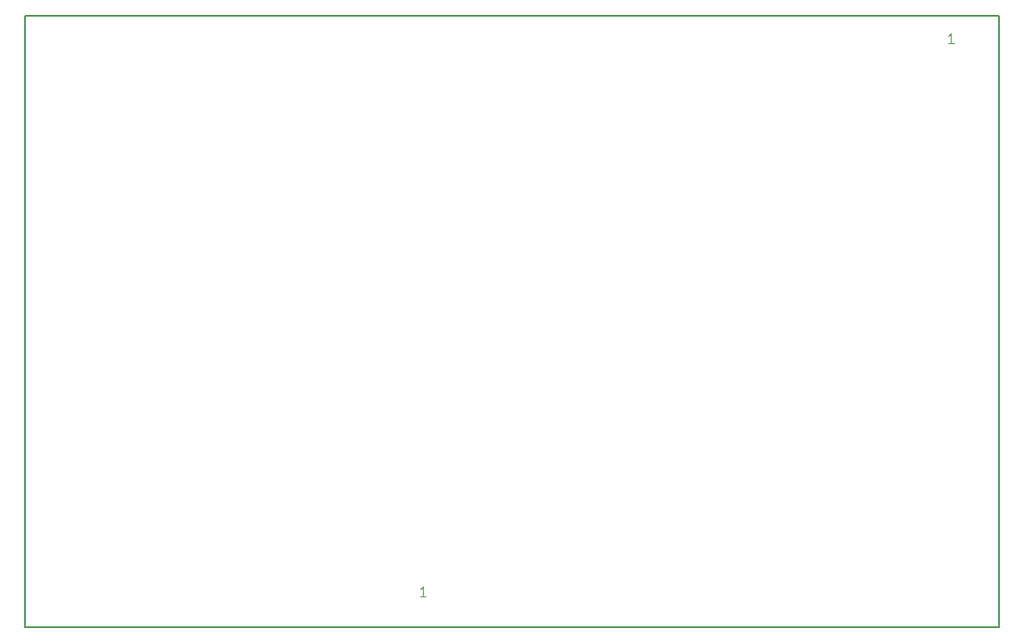
<source format=gbr>
G04 #@! TF.GenerationSoftware,KiCad,Pcbnew,5.1.6-c6e7f7d~86~ubuntu16.04.1*
G04 #@! TF.CreationDate,2020-05-12T14:31:13-06:00*
G04 #@! TF.ProjectId,Turnout-Cntrlr,5475726e-6f75-4742-9d43-6e74726c722e,rev?*
G04 #@! TF.SameCoordinates,Original*
G04 #@! TF.FileFunction,Profile,NP*
%FSLAX46Y46*%
G04 Gerber Fmt 4.6, Leading zero omitted, Abs format (unit mm)*
G04 Created by KiCad (PCBNEW 5.1.6-c6e7f7d~86~ubuntu16.04.1) date 2020-05-12 14:31:13*
%MOMM*%
%LPD*%
G01*
G04 APERTURE LIST*
G04 #@! TA.AperFunction,Profile*
%ADD10C,0.150000*%
G04 #@! TD*
%ADD11C,0.050000*%
G04 APERTURE END LIST*
D10*
X143510000Y-123190000D02*
X44450000Y-123190000D01*
X143510000Y-60960000D02*
X143510000Y-123190000D01*
X44450000Y-60960000D02*
X143510000Y-60960000D01*
X44450000Y-123190000D02*
X44450000Y-60960000D01*
D11*
X138905714Y-63742380D02*
X138334285Y-63742380D01*
X138620000Y-63742380D02*
X138620000Y-62742380D01*
X138524761Y-62885238D01*
X138429523Y-62980476D01*
X138334285Y-63028095D01*
X85185714Y-120042380D02*
X84614285Y-120042380D01*
X84900000Y-120042380D02*
X84900000Y-119042380D01*
X84804761Y-119185238D01*
X84709523Y-119280476D01*
X84614285Y-119328095D01*
M02*

</source>
